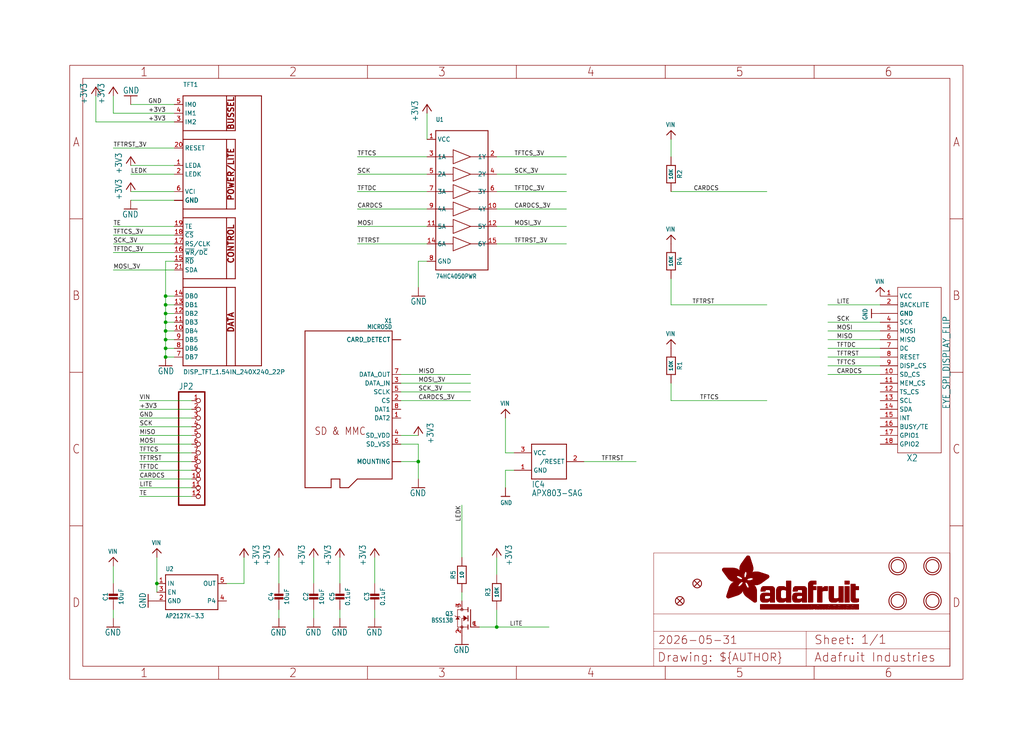
<source format=kicad_sch>
(kicad_sch (version 20230121) (generator eeschema)
  (paper "User" 298.45 217.322)
  (lib_symbols
    (symbol "working-eagle-import:+3V3" (power)
      (property "Value" "+3V3" (at -2.54 -5.08 90))
      (symbol "+3V3_1_0"
        (pin power_in line (at 0 -2.54 90) (length 2.54) (name "+3V3") (number "1"))
      )
    )
    (symbol "working-eagle-import:74HC4050DTSSOP"
      (property "Reference" "U" (at -7.62 22.86 0))
      (symbol "74HC4050DTSSOP_1_0"
        (pin bidirectional line (at -10.16 17.78 0) (length 2.54) (name "VCC") (number "1"))
        (pin bidirectional line (at 10.16 -2.54 180) (length 2.54) (name "4Y") (number "10"))
        (pin bidirectional line (at -10.16 -7.62 0) (length 2.54) (name "5A") (number "11"))
        (pin bidirectional line (at 10.16 -7.62 180) (length 2.54) (name "5Y") (number "12"))
        (pin bidirectional line (at -10.16 -12.7 0) (length 2.54) (name "6A") (number "14"))
        (pin bidirectional line (at 10.16 -12.7 180) (length 2.54) (name "6Y") (number "15"))
        (pin bidirectional line (at 10.16 12.7 180) (length 2.54) (name "1Y") (number "2"))
        (pin bidirectional line (at -10.16 12.7 0) (length 2.54) (name "1A") (number "3"))
        (pin bidirectional line (at 10.16 7.62 180) (length 2.54) (name "2Y") (number "4"))
        (pin bidirectional line (at -10.16 7.62 0) (length 2.54) (name "2A") (number "5"))
        (pin bidirectional line (at 10.16 2.54 180) (length 2.54) (name "3Y") (number "6"))
        (pin bidirectional line (at -10.16 2.54 0) (length 2.54) (name "3A") (number "7"))
        (pin bidirectional line (at -10.16 -17.78 0) (length 2.54) (name "GND") (number "8"))
        (pin bidirectional line (at -10.16 -2.54 0) (length 2.54) (name "4A") (number "9"))
      )
    )
    (symbol "working-eagle-import:APX083-SAG"
      (property "Reference" "IC" (at -5.08 -7.62 0))
      (symbol "APX083-SAG_1_0"
        (pin power_in line (at -10.16 -2.54 0) (length 5.08) (name "GND") (number "1"))
        (pin output line (at 10.16 0 180) (length 5.08) (name "/RESET") (number "2"))
        (pin power_in line (at -10.16 2.54 0) (length 5.08) (name "VCC") (number "3"))
      )
    )
    (symbol "working-eagle-import:CAP_CERAMIC0603_NO"
      (property "Reference" "C" (at -2.29 1.25 90))
      (symbol "CAP_CERAMIC0603_NO_1_0"
        (pin passive line (at 0 5.08 270) (length 2.54) (name "1") (number "1"))
        (pin passive line (at 0 -2.54 90) (length 2.54) (name "2") (number "2"))
      )
    )
    (symbol "working-eagle-import:CAP_CERAMIC0805-NOOUTLINE"
      (property "Reference" "C" (at -2.29 1.25 90))
      (symbol "CAP_CERAMIC0805-NOOUTLINE_1_0"
        (pin passive line (at 0 5.08 270) (length 2.54) (name "1") (number "1"))
        (pin passive line (at 0 -2.54 90) (length 2.54) (name "2") (number "2"))
      )
    )
    (symbol "working-eagle-import:DISP_TFT_1.54IN_240X240_22P"
      (property "Reference" "TFT" (at -15.24 43.18 0))
      (symbol "DISP_TFT_1.54IN_240X240_22P_1_0"
        (text "BUSSEL" (at -1.27 35.56 900) (effects (font (size 1.6764 1.6764) (thickness 0.3353) bold)))
        (text "CONTROL" (at -1.27 -2.54 900) (effects (font (size 1.6764 1.6764) (thickness 0.3353) bold)))
        (text "DATA" (at -1.27 -25.4 900) (effects (font (size 1.6764 1.6764) (thickness 0.3353) bold)))
        (text "POWER/LITE" (at -1.27 17.78 900) (effects (font (size 1.6764 1.6764) (thickness 0.3353) bold)))
        (pin input line (at -17.78 20.32 0) (length 2.54) (name "LEDA") (number "1"))
        (pin bidirectional line (at -17.78 -27.94 0) (length 2.54) (name "DB4") (number "10"))
        (pin bidirectional line (at -17.78 -25.4 0) (length 2.54) (name "DB3") (number "11"))
        (pin bidirectional line (at -17.78 -22.86 0) (length 2.54) (name "DB2") (number "12"))
        (pin bidirectional line (at -17.78 -20.32 0) (length 2.54) (name "DB1") (number "13"))
        (pin bidirectional line (at -17.78 -17.78 0) (length 2.54) (name "DB0") (number "14"))
        (pin input line (at -17.78 -7.62 0) (length 2.54) (name "~{RD}") (number "15"))
        (pin input line (at -17.78 -5.08 0) (length 2.54) (name "~{WR}/D~{C}") (number "16"))
        (pin input line (at -17.78 -2.54 0) (length 2.54) (name "RS/CLK") (number "17"))
        (pin input line (at -17.78 0 0) (length 2.54) (name "~{CS}") (number "18"))
        (pin output line (at -17.78 2.54 0) (length 2.54) (name "TE") (number "19"))
        (pin input line (at -17.78 17.78 0) (length 2.54) (name "LEDK") (number "2"))
        (pin input line (at -17.78 25.4 0) (length 2.54) (name "RESET") (number "20"))
        (pin bidirectional line (at -17.78 -10.16 0) (length 2.54) (name "SDA") (number "21"))
        (pin power_in line (at -17.78 10.16 0) (length 2.54) (name "GND") (number "22"))
        (pin input line (at -17.78 33.02 0) (length 2.54) (name "IM2") (number "3"))
        (pin input line (at -17.78 35.56 0) (length 2.54) (name "IM1") (number "4"))
        (pin input line (at -17.78 38.1 0) (length 2.54) (name "IM0") (number "5"))
        (pin power_in line (at -17.78 12.7 0) (length 2.54) (name "VCI") (number "6"))
        (pin bidirectional line (at -17.78 -35.56 0) (length 2.54) (name "DB7") (number "7"))
        (pin bidirectional line (at -17.78 -33.02 0) (length 2.54) (name "DB6") (number "8"))
        (pin bidirectional line (at -17.78 -30.48 0) (length 2.54) (name "DB5") (number "9"))
        (pin power_in line (at -17.78 10.16 0) (length 2.54) (name "GND") (number "SUPPORT1"))
        (pin power_in line (at -17.78 10.16 0) (length 2.54) (name "GND") (number "SUPPORT2"))
      )
    )
    (symbol "working-eagle-import:EYE_SPI_DISPLAY_FLIP"
      (property "Reference" "X" (at 2.54 -27.94 0))
      (symbol "EYE_SPI_DISPLAY_FLIP_1_0"
        (pin power_in line (at -5.08 20.32 0) (length 5.08) (name "VCC") (number "1"))
        (pin input line (at -5.08 -2.54 0) (length 5.08) (name "SD_CS") (number "10"))
        (pin input line (at -5.08 -5.08 0) (length 5.08) (name "MEM_CS") (number "11"))
        (pin input line (at -5.08 -7.62 0) (length 5.08) (name "TS_CS") (number "12"))
        (pin input line (at -5.08 -10.16 0) (length 5.08) (name "SCL") (number "13"))
        (pin bidirectional line (at -5.08 -12.7 0) (length 5.08) (name "SDA") (number "14"))
        (pin output line (at -5.08 -15.24 0) (length 5.08) (name "INT") (number "15"))
        (pin output line (at -5.08 -17.78 0) (length 5.08) (name "BUSY/TE") (number "16"))
        (pin passive line (at -5.08 -20.32 0) (length 5.08) (name "GPIO1") (number "17"))
        (pin passive line (at -5.08 -22.86 0) (length 5.08) (name "GPIO2") (number "18"))
        (pin input line (at -5.08 17.78 0) (length 5.08) (name "BACKLITE") (number "2"))
        (pin power_in line (at -5.08 15.24 0) (length 5.08) (name "GND") (number "3"))
        (pin input line (at -5.08 12.7 0) (length 5.08) (name "SCK") (number "4"))
        (pin input line (at -5.08 10.16 0) (length 5.08) (name "MOSI") (number "5"))
        (pin output line (at -5.08 7.62 0) (length 5.08) (name "MISO") (number "6"))
        (pin input line (at -5.08 5.08 0) (length 5.08) (name "DC") (number "7"))
        (pin input line (at -5.08 2.54 0) (length 5.08) (name "RESET") (number "8"))
        (pin input line (at -5.08 0 0) (length 5.08) (name "DISP_CS") (number "9"))
        (pin power_in line (at -5.08 15.24 0) (length 5.08) (name "GND") (number "SUPPORT1"))
        (pin power_in line (at -5.08 15.24 0) (length 5.08) (name "GND") (number "SUPPORT2"))
      )
    )
    (symbol "working-eagle-import:FIDUCIAL_1MM")
    (symbol "working-eagle-import:FRAME_A4_ADAFRUIT"
      (symbol "FRAME_A4_ADAFRUIT_1_0"
        (text "${#}/${##}" (at 230.505 10.16 0) (effects (font (size 2.54 2.54)) (justify left bottom)))
        (text "${AUTHOR}" (at 189.23 5.08 0) (effects (font (size 2.286 2.286)) (justify left bottom)))
        (text "${CURRENT_DATE}" (at 171.45 10.16 0) (effects (font (size 2.286 2.286)) (justify left bottom)))
        (text "${PROJECTNAME}" (at 171.45 15.24 0) (effects (font (size 2.54 2.54)) (justify left bottom)))
        (text "1" (at 21.6958 1.905 0) (effects (font (size 2.54 2.286))))
        (text "1" (at 21.6958 177.165 0) (effects (font (size 2.54 2.286))))
        (text "2" (at 65.0875 1.905 0) (effects (font (size 2.54 2.286))))
        (text "2" (at 65.0875 177.165 0) (effects (font (size 2.54 2.286))))
        (text "3" (at 108.4792 1.905 0) (effects (font (size 2.54 2.286))))
        (text "3" (at 108.4792 177.165 0) (effects (font (size 2.54 2.286))))
        (text "4" (at 151.8708 1.905 0) (effects (font (size 2.54 2.286))))
        (text "4" (at 151.8708 177.165 0) (effects (font (size 2.54 2.286))))
        (text "5" (at 195.2625 1.905 0) (effects (font (size 2.54 2.286))))
        (text "5" (at 195.2625 177.165 0) (effects (font (size 2.54 2.286))))
        (text "6" (at 238.6542 1.905 0) (effects (font (size 2.54 2.286))))
        (text "6" (at 238.6542 177.165 0) (effects (font (size 2.54 2.286))))
        (text "A" (at 1.905 156.6863 0) (effects (font (size 2.54 2.286))))
        (text "A" (at 258.445 156.6863 0) (effects (font (size 2.54 2.286))))
        (text "Adafruit Industries" (at 216.916 4.953 0) (effects (font (size 2.54 2.54)) (justify left bottom)))
        (text "B" (at 1.905 111.9188 0) (effects (font (size 2.54 2.286))))
        (text "B" (at 258.445 111.9188 0) (effects (font (size 2.54 2.286))))
        (text "C" (at 1.905 67.1513 0) (effects (font (size 2.54 2.286))))
        (text "C" (at 258.445 67.1513 0) (effects (font (size 2.54 2.286))))
        (text "D" (at 1.905 22.3838 0) (effects (font (size 2.54 2.286))))
        (text "D" (at 258.445 22.3838 0) (effects (font (size 2.54 2.286))))
        (text "Drawing:" (at 171.196 4.953 0) (effects (font (size 2.54 2.54)) (justify left bottom)))
        (text "Sheet:" (at 216.916 10.033 0) (effects (font (size 2.54 2.54)) (justify left bottom)))
      )
    )
    (symbol "working-eagle-import:GND" (power)
      (property "Value" "GND" (at -2.54 -2.54 0))
      (symbol "GND_1_0"
        (pin power_in line (at 0 2.54 270) (length 2.54) (name "GND") (number "1"))
      )
    )
    (symbol "working-eagle-import:HEADER-1X1276MIL"
      (property "Reference" "JP" (at -6.35 18.415 0))
      (symbol "HEADER-1X1276MIL_1_0"
        (pin passive inverted (at -2.54 15.24 0) (length 2.54) (name "1") (number "1"))
        (pin passive inverted (at -2.54 -7.62 0) (length 2.54) (name "10") (number "10"))
        (pin passive inverted (at -2.54 -10.16 0) (length 2.54) (name "11") (number "11"))
        (pin passive inverted (at -2.54 -12.7 0) (length 2.54) (name "12") (number "12"))
        (pin passive inverted (at -2.54 12.7 0) (length 2.54) (name "2") (number "2"))
        (pin passive inverted (at -2.54 10.16 0) (length 2.54) (name "3") (number "3"))
        (pin passive inverted (at -2.54 7.62 0) (length 2.54) (name "4") (number "4"))
        (pin passive inverted (at -2.54 5.08 0) (length 2.54) (name "5") (number "5"))
        (pin passive inverted (at -2.54 2.54 0) (length 2.54) (name "6") (number "6"))
        (pin passive inverted (at -2.54 0 0) (length 2.54) (name "7") (number "7"))
        (pin passive inverted (at -2.54 -2.54 0) (length 2.54) (name "8") (number "8"))
        (pin passive inverted (at -2.54 -5.08 0) (length 2.54) (name "9") (number "9"))
      )
    )
    (symbol "working-eagle-import:MICROSD"
      (property "Reference" "X" (at -12.7 22.606 0))
      (symbol "MICROSD_1_0"
        (text "SD & MMC" (at -5.08 -10.16 0) (effects (font (size 2.1844 1.8567)) (justify left bottom)))
        (pin bidirectional line (at -15.24 -5.08 0) (length 2.54) (name "DAT2") (number "1"))
        (pin input line (at -15.24 0 0) (length 2.54) (name "CS") (number "2"))
        (pin input line (at -15.24 5.08 0) (length 2.54) (name "DATA_IN") (number "3"))
        (pin power_in line (at -15.24 -10.16 0) (length 2.54) (name "SD_VDD") (number "4"))
        (pin input line (at -15.24 2.54 0) (length 2.54) (name "SCLK") (number "5"))
        (pin power_in line (at -15.24 -12.7 0) (length 2.54) (name "SD_VSS") (number "6"))
        (pin output line (at -15.24 7.62 0) (length 2.54) (name "DATA_OUT") (number "7"))
        (pin bidirectional line (at -15.24 -2.54 0) (length 2.54) (name "DAT1") (number "8"))
        (pin passive line (at -15.24 17.78 0) (length 2.54) (name "CARD_DETECT") (number "CD1"))
        (pin passive line (at -15.24 17.78 0) (length 2.54) (name "CARD_DETECT") (number "CD2"))
        (pin passive line (at -15.24 -17.78 0) (length 2.54) (name "MOUNTING") (number "MT1"))
        (pin passive line (at -15.24 -17.78 0) (length 2.54) (name "MOUNTING") (number "MT2"))
      )
    )
    (symbol "working-eagle-import:MOSFET-NWIDE"
      (property "Reference" "Q" (at 5.08 0.635 0))
      (symbol "MOSFET-NWIDE_1_0"
        (text "D" (at 3.175 3.175 0) (effects (font (size 0.8128 0.6908)) (justify left bottom)))
        (text "G" (at -1.27 -1.905 0) (effects (font (size 0.8128 0.6908)) (justify left bottom)))
        (text "S" (at 3.175 -3.81 0) (effects (font (size 0.8128 0.6908)) (justify left bottom)))
        (pin bidirectional line (at -2.54 -2.54 0) (length 2.54) (name "G") (number "1"))
        (pin bidirectional line (at 2.54 -5.08 90) (length 2.54) (name "S") (number "2"))
        (pin bidirectional line (at 2.54 5.08 270) (length 2.54) (name "D") (number "3"))
      )
    )
    (symbol "working-eagle-import:MOUNTINGHOLE2.5")
    (symbol "working-eagle-import:RESISTOR_0603_NOOUT"
      (property "Reference" "R" (at 0 2.54 0))
      (symbol "RESISTOR_0603_NOOUT_1_0"
        (pin passive line (at -5.08 0 0) (length 2.54) (name "1") (number "1"))
        (pin passive line (at 5.08 0 180) (length 2.54) (name "2") (number "2"))
      )
    )
    (symbol "working-eagle-import:VIN" (power)
      (property "Value" "VIN" (at -1.524 1.016 0))
      (symbol "VIN_1_0"
        (pin power_in line (at 0 -2.54 90) (length 2.54) (name "VIN") (number "1"))
      )
    )
    (symbol "working-eagle-import:VREG_SOT23-5"
      (property "Reference" "U" (at -7.62 6.096 0))
      (symbol "VREG_SOT23-5_1_0"
        (pin power_in line (at -10.16 2.54 0) (length 2.54) (name "IN") (number "1"))
        (pin power_in line (at -10.16 -2.54 0) (length 2.54) (name "GND") (number "2"))
        (pin input line (at -10.16 0 0) (length 2.54) (name "EN") (number "3"))
        (pin bidirectional line (at 10.16 -2.54 180) (length 2.54) (name "P4") (number "4"))
        (pin power_in line (at 10.16 2.54 180) (length 2.54) (name "OUT") (number "5"))
      )
    )
    (symbol "working-eagle-import:adafruit_power_VIN" (power)
      (property "Value" "adafruit_power_VIN" (at -1.524 1.016 0))
      (symbol "adafruit_power_VIN_1_0"
        (pin power_in line (at 0 -2.54 90) (length 2.54) (name "VIN") (number "1"))
      )
    )
    (symbol "working-eagle-import:microbuilder_GND" (power)
      (property "Value" "microbuilder_GND" (at -1.524 -2.54 0))
      (symbol "microbuilder_GND_1_0"
        (pin power_in line (at 0 2.54 270) (length 2.54) (name "GND") (number "1"))
      )
    )
  )
  (junction (at 121.92 134.62))
  (junction (at 144.78 182.88))
  (junction (at 45.72 170.18))
  (junction (at 48.26 96.52))
  (junction (at 48.26 101.6))
  (junction (at 48.26 88.9))
  (junction (at 48.26 99.06))
  (junction (at 48.26 91.44))
  (junction (at 48.26 93.98))
  (junction (at 48.26 86.36))
  (junction (at 48.26 104.14))
  (wire (pts (xy 147.32 137.16) (xy 149.86 137.16)) (stroke (width 0.1524)))
  (wire (pts (xy 48.26 99.06) (xy 48.26 101.6)) (stroke (width 0.1524)))
  (wire (pts (xy 256.54 93.98) (xy 241.3 93.98)) (stroke (width 0.1524)))
  (wire (pts (xy 144.78 45.72) (xy 165.1 45.72)) (stroke (width 0.1524)))
  (wire (pts (xy 144.78 66.04) (xy 165.1 66.04)) (stroke (width 0.1524)))
  (wire (pts (xy 50.8 48.26) (xy 38.1 48.26)) (stroke (width 0.1524)))
  (wire (pts (xy 147.32 121.92) (xy 147.32 132.08)) (stroke (width 0.1524)))
  (wire (pts (xy 50.8 68.58) (xy 33.02 68.58)) (stroke (width 0.1524)))
  (wire (pts (xy 55.88 121.92) (xy 40.64 121.92)) (stroke (width 0.1524)))
  (wire (pts (xy 50.8 91.44) (xy 48.26 91.44)) (stroke (width 0.1524)))
  (wire (pts (xy 48.26 88.9) (xy 50.8 88.9)) (stroke (width 0.1524)))
  (wire (pts (xy 195.58 116.84) (xy 195.58 111.76)) (stroke (width 0.1524)))
  (wire (pts (xy 50.8 101.6) (xy 48.26 101.6)) (stroke (width 0.1524)))
  (wire (pts (xy 48.26 99.06) (xy 50.8 99.06)) (stroke (width 0.1524)))
  (wire (pts (xy 121.92 127) (xy 116.84 127)) (stroke (width 0.1524)))
  (wire (pts (xy 256.54 101.6) (xy 241.3 101.6)) (stroke (width 0.1524)))
  (wire (pts (xy 48.26 76.2) (xy 48.26 86.36)) (stroke (width 0.1524)))
  (wire (pts (xy 116.84 109.22) (xy 137.16 109.22)) (stroke (width 0.1524)))
  (wire (pts (xy 195.58 116.84) (xy 223.52 116.84)) (stroke (width 0.1524)))
  (wire (pts (xy 40.64 119.38) (xy 55.88 119.38)) (stroke (width 0.1524)))
  (wire (pts (xy 121.92 134.62) (xy 121.92 139.7)) (stroke (width 0.1524)))
  (wire (pts (xy 50.8 66.04) (xy 33.02 66.04)) (stroke (width 0.1524)))
  (wire (pts (xy 50.8 86.36) (xy 48.26 86.36)) (stroke (width 0.1524)))
  (wire (pts (xy 66.04 170.18) (xy 71.12 170.18)) (stroke (width 0.1524)))
  (wire (pts (xy 27.94 27.94) (xy 27.94 35.56)) (stroke (width 0.1524)))
  (wire (pts (xy 48.26 88.9) (xy 48.26 91.44)) (stroke (width 0.1524)))
  (wire (pts (xy 99.06 180.34) (xy 99.06 177.8)) (stroke (width 0.1524)))
  (wire (pts (xy 256.54 96.52) (xy 241.3 96.52)) (stroke (width 0.1524)))
  (wire (pts (xy 50.8 50.8) (xy 38.1 50.8)) (stroke (width 0.1524)))
  (wire (pts (xy 55.88 129.54) (xy 40.64 129.54)) (stroke (width 0.1524)))
  (wire (pts (xy 256.54 88.9) (xy 241.3 88.9)) (stroke (width 0.1524)))
  (wire (pts (xy 45.72 162.56) (xy 45.72 170.18)) (stroke (width 0.1524)))
  (wire (pts (xy 124.46 76.2) (xy 121.92 76.2)) (stroke (width 0.1524)))
  (wire (pts (xy 50.8 43.18) (xy 33.02 43.18)) (stroke (width 0.1524)))
  (wire (pts (xy 48.26 104.14) (xy 50.8 104.14)) (stroke (width 0.1524)))
  (wire (pts (xy 116.84 134.62) (xy 121.92 134.62)) (stroke (width 0.1524)))
  (wire (pts (xy 134.62 172.72) (xy 134.62 175.26)) (stroke (width 0.1524)))
  (wire (pts (xy 81.28 162.56) (xy 81.28 170.18)) (stroke (width 0.1524)))
  (wire (pts (xy 144.78 182.88) (xy 144.78 177.8)) (stroke (width 0.1524)))
  (wire (pts (xy 91.44 180.34) (xy 91.44 177.8)) (stroke (width 0.1524)))
  (wire (pts (xy 71.12 162.56) (xy 71.12 170.18)) (stroke (width 0.1524)))
  (wire (pts (xy 48.26 101.6) (xy 48.26 104.14)) (stroke (width 0.1524)))
  (wire (pts (xy 195.58 88.9) (xy 223.52 88.9)) (stroke (width 0.1524)))
  (wire (pts (xy 55.88 139.7) (xy 40.64 139.7)) (stroke (width 0.1524)))
  (wire (pts (xy 195.58 45.72) (xy 195.58 40.64)) (stroke (width 0.1524)))
  (wire (pts (xy 81.28 180.34) (xy 81.28 177.8)) (stroke (width 0.1524)))
  (wire (pts (xy 50.8 76.2) (xy 48.26 76.2)) (stroke (width 0.1524)))
  (wire (pts (xy 55.88 124.46) (xy 40.64 124.46)) (stroke (width 0.1524)))
  (wire (pts (xy 55.88 116.84) (xy 40.64 116.84)) (stroke (width 0.1524)))
  (wire (pts (xy 104.14 60.96) (xy 124.46 60.96)) (stroke (width 0.1524)))
  (wire (pts (xy 48.26 96.52) (xy 48.26 99.06)) (stroke (width 0.1524)))
  (wire (pts (xy 99.06 162.56) (xy 99.06 170.18)) (stroke (width 0.1524)))
  (wire (pts (xy 165.1 60.96) (xy 144.78 60.96)) (stroke (width 0.1524)))
  (wire (pts (xy 144.78 71.12) (xy 165.1 71.12)) (stroke (width 0.1524)))
  (wire (pts (xy 223.52 55.88) (xy 195.58 55.88)) (stroke (width 0.1524)))
  (wire (pts (xy 33.02 165.1) (xy 33.02 170.18)) (stroke (width 0.1524)))
  (wire (pts (xy 195.58 88.9) (xy 195.58 81.28)) (stroke (width 0.1524)))
  (wire (pts (xy 170.18 134.62) (xy 185.42 134.62)) (stroke (width 0.1524)))
  (wire (pts (xy 50.8 73.66) (xy 33.02 73.66)) (stroke (width 0.1524)))
  (wire (pts (xy 33.02 180.34) (xy 33.02 177.8)) (stroke (width 0.1524)))
  (wire (pts (xy 104.14 66.04) (xy 124.46 66.04)) (stroke (width 0.1524)))
  (wire (pts (xy 55.88 134.62) (xy 40.64 134.62)) (stroke (width 0.1524)))
  (wire (pts (xy 144.78 162.56) (xy 144.78 167.64)) (stroke (width 0.1524)))
  (wire (pts (xy 50.8 78.74) (xy 33.02 78.74)) (stroke (width 0.1524)))
  (wire (pts (xy 124.46 40.64) (xy 124.46 33.02)) (stroke (width 0.1524)))
  (wire (pts (xy 147.32 142.24) (xy 147.32 137.16)) (stroke (width 0.1524)))
  (wire (pts (xy 27.94 35.56) (xy 50.8 35.56)) (stroke (width 0.1524)))
  (wire (pts (xy 149.86 132.08) (xy 147.32 132.08)) (stroke (width 0.1524)))
  (wire (pts (xy 50.8 33.02) (xy 33.02 33.02)) (stroke (width 0.1524)))
  (wire (pts (xy 109.22 180.34) (xy 109.22 177.8)) (stroke (width 0.1524)))
  (wire (pts (xy 38.1 30.48) (xy 50.8 30.48)) (stroke (width 0.1524)))
  (wire (pts (xy 55.88 137.16) (xy 40.64 137.16)) (stroke (width 0.1524)))
  (wire (pts (xy 50.8 55.88) (xy 38.1 55.88)) (stroke (width 0.1524)))
  (wire (pts (xy 104.14 50.8) (xy 124.46 50.8)) (stroke (width 0.1524)))
  (wire (pts (xy 139.7 182.88) (xy 144.78 182.88)) (stroke (width 0.1524)))
  (wire (pts (xy 55.88 144.78) (xy 40.64 144.78)) (stroke (width 0.1524)))
  (wire (pts (xy 124.46 45.72) (xy 104.14 45.72)) (stroke (width 0.1524)))
  (wire (pts (xy 48.26 86.36) (xy 48.26 88.9)) (stroke (width 0.1524)))
  (wire (pts (xy 91.44 162.56) (xy 91.44 170.18)) (stroke (width 0.1524)))
  (wire (pts (xy 241.3 106.68) (xy 256.54 106.68)) (stroke (width 0.1524)))
  (wire (pts (xy 137.16 116.84) (xy 116.84 116.84)) (stroke (width 0.1524)))
  (wire (pts (xy 45.72 172.72) (xy 45.72 170.18)) (stroke (width 0.1524)))
  (wire (pts (xy 40.64 127) (xy 55.88 127)) (stroke (width 0.1524)))
  (wire (pts (xy 48.26 93.98) (xy 50.8 93.98)) (stroke (width 0.1524)))
  (wire (pts (xy 55.88 142.24) (xy 40.64 142.24)) (stroke (width 0.1524)))
  (wire (pts (xy 50.8 96.52) (xy 48.26 96.52)) (stroke (width 0.1524)))
  (wire (pts (xy 48.26 91.44) (xy 48.26 93.98)) (stroke (width 0.1524)))
  (wire (pts (xy 241.3 99.06) (xy 256.54 99.06)) (stroke (width 0.1524)))
  (wire (pts (xy 40.64 132.08) (xy 55.88 132.08)) (stroke (width 0.1524)))
  (wire (pts (xy 256.54 109.22) (xy 241.3 109.22)) (stroke (width 0.1524)))
  (wire (pts (xy 109.22 162.56) (xy 109.22 170.18)) (stroke (width 0.1524)))
  (wire (pts (xy 137.16 111.76) (xy 116.84 111.76)) (stroke (width 0.1524)))
  (wire (pts (xy 134.62 147.32) (xy 134.62 162.56)) (stroke (width 0.1524)))
  (wire (pts (xy 165.1 50.8) (xy 144.78 50.8)) (stroke (width 0.1524)))
  (wire (pts (xy 33.02 33.02) (xy 33.02 27.94)) (stroke (width 0.1524)))
  (wire (pts (xy 48.26 93.98) (xy 48.26 96.52)) (stroke (width 0.1524)))
  (wire (pts (xy 116.84 129.54) (xy 121.92 129.54)) (stroke (width 0.1524)))
  (wire (pts (xy 121.92 76.2) (xy 121.92 83.82)) (stroke (width 0.1524)))
  (wire (pts (xy 137.16 114.3) (xy 116.84 114.3)) (stroke (width 0.1524)))
  (wire (pts (xy 165.1 55.88) (xy 144.78 55.88)) (stroke (width 0.1524)))
  (wire (pts (xy 38.1 58.42) (xy 50.8 58.42)) (stroke (width 0.1524)))
  (wire (pts (xy 160.02 182.88) (xy 144.78 182.88)) (stroke (width 0.1524)))
  (wire (pts (xy 104.14 55.88) (xy 124.46 55.88)) (stroke (width 0.1524)))
  (wire (pts (xy 121.92 129.54) (xy 121.92 134.62)) (stroke (width 0.1524)))
  (wire (pts (xy 33.02 71.12) (xy 50.8 71.12)) (stroke (width 0.1524)))
  (wire (pts (xy 256.54 104.14) (xy 241.3 104.14)) (stroke (width 0.1524)))
  (wire (pts (xy 104.14 71.12) (xy 124.46 71.12)) (stroke (width 0.1524)))
  (label "TFTRST" (at 104.14 71.12 0) (effects (font (size 1.2446 1.2446))))
  (label "TFTCS_3V" (at 149.86 45.72 0) (effects (font (size 1.2446 1.2446))))
  (label "TE" (at 33.02 66.04 0) (effects (font (size 1.2446 1.2446))))
  (label "MOSI" (at 40.64 129.54 0) (effects (font (size 1.2446 1.2446))))
  (label "GND" (at 43.18 30.48 0) (effects (font (size 1.2446 1.2446))))
  (label "MOSI_3V" (at 121.92 111.76 0) (effects (font (size 1.2446 1.2446))))
  (label "TE" (at 40.64 144.78 0) (effects (font (size 1.2446 1.2446))))
  (label "TFTDC_3V" (at 33.02 73.66 0) (effects (font (size 1.2446 1.2446))))
  (label "+3V3" (at 43.18 35.56 0) (effects (font (size 1.2446 1.2446))))
  (label "TFTCS" (at 209.55 116.84 180) (effects (font (size 1.2446 1.2446))))
  (label "LITE" (at 152.4 182.88 180) (effects (font (size 1.2446 1.2446))))
  (label "SCK" (at 243.84 93.98 0) (effects (font (size 1.2446 1.2446))))
  (label "LITE" (at 243.84 88.9 0) (effects (font (size 1.2446 1.2446))))
  (label "LITE" (at 40.64 142.24 0) (effects (font (size 1.2446 1.2446))))
  (label "TFTRST_3V" (at 149.86 71.12 0) (effects (font (size 1.2446 1.2446))))
  (label "TFTRST" (at 208.28 88.9 180) (effects (font (size 1.2446 1.2446))))
  (label "TFTRST" (at 175.26 134.62 0) (effects (font (size 1.2446 1.2446))))
  (label "SCK_3V" (at 149.86 50.8 0) (effects (font (size 1.2446 1.2446))))
  (label "CARDCS_3V" (at 121.92 116.84 0) (effects (font (size 1.2446 1.2446))))
  (label "+3V3" (at 40.64 119.38 0) (effects (font (size 1.2446 1.2446))))
  (label "TFTDC" (at 243.84 101.6 0) (effects (font (size 1.2446 1.2446))))
  (label "SCK_3V" (at 121.92 114.3 0) (effects (font (size 1.2446 1.2446))))
  (label "MOSI_3V" (at 33.02 78.74 0) (effects (font (size 1.2446 1.2446))))
  (label "TFTCS_3V" (at 33.02 68.58 0) (effects (font (size 1.2446 1.2446))))
  (label "TFTDC" (at 40.64 137.16 0) (effects (font (size 1.2446 1.2446))))
  (label "TFTRST" (at 243.84 104.14 0) (effects (font (size 1.2446 1.2446))))
  (label "LEDK" (at 38.1 50.8 0) (effects (font (size 1.2446 1.2446))))
  (label "MOSI" (at 104.14 66.04 0) (effects (font (size 1.2446 1.2446))))
  (label "CARDCS" (at 209.55 55.88 180) (effects (font (size 1.2446 1.2446))))
  (label "MISO" (at 121.92 109.22 0) (effects (font (size 1.2446 1.2446))))
  (label "TFTCS" (at 104.14 45.72 0) (effects (font (size 1.2446 1.2446))))
  (label "GND" (at 40.64 121.92 0) (effects (font (size 1.2446 1.2446))))
  (label "SCK" (at 40.64 124.46 0) (effects (font (size 1.2446 1.2446))))
  (label "TFTDC_3V" (at 149.86 55.88 0) (effects (font (size 1.2446 1.2446))))
  (label "LEDK" (at 134.62 147.32 270) (effects (font (size 1.2446 1.2446))))
  (label "CARDCS" (at 104.14 60.96 0) (effects (font (size 1.2446 1.2446))))
  (label "VIN" (at 40.64 116.84 0) (effects (font (size 1.2446 1.2446))))
  (label "TFTRST" (at 40.64 134.62 0) (effects (font (size 1.2446 1.2446))))
  (label "TFTRST_3V" (at 33.02 43.18 0) (effects (font (size 1.2446 1.2446))))
  (label "MOSI" (at 243.84 96.52 0) (effects (font (size 1.2446 1.2446))))
  (label "SCK_3V" (at 33.02 71.12 0) (effects (font (size 1.2446 1.2446))))
  (label "TFTDC" (at 104.14 55.88 0) (effects (font (size 1.2446 1.2446))))
  (label "TFTCS" (at 40.64 132.08 0) (effects (font (size 1.2446 1.2446))))
  (label "CARDCS" (at 243.84 109.22 0) (effects (font (size 1.2446 1.2446))))
  (label "+3V3" (at 43.18 33.02 0) (effects (font (size 1.2446 1.2446))))
  (label "MISO" (at 243.84 99.06 0) (effects (font (size 1.2446 1.2446))))
  (label "MOSI_3V" (at 149.86 66.04 0) (effects (font (size 1.2446 1.2446))))
  (label "SCK" (at 104.14 50.8 0) (effects (font (size 1.2446 1.2446))))
  (label "CARDCS_3V" (at 149.86 60.96 0) (effects (font (size 1.2446 1.2446))))
  (label "TFTCS" (at 243.84 106.68 0) (effects (font (size 1.2446 1.2446))))
  (label "CARDCS" (at 40.64 139.7 0) (effects (font (size 1.2446 1.2446))))
  (label "MISO" (at 40.64 127 0) (effects (font (size 1.2446 1.2446))))
  (symbol (lib_id "working-eagle-import:VREG_SOT23-5") (at 55.88 172.72 0) (unit 1)
    (property "Reference" "U2" (at 48.26 166.624 0) (effects (font (size 1.27 1.0795)) (justify left bottom)))
    (property "Value" "AP2127K-3.3" (at 48.26 180.34 0) (effects (font (size 1.27 1.0795)) (justify left bottom)))
    (property "Footprint" "working:SOT23-5" (effects hide))
  )
  (symbol (lib_id "working-eagle-import:GND") (at 38.1 27.94 180) (unit 1)
    (property "Reference" "#GND8" (effects hide))
    (property "Value" "GND" (at 40.64 25.4 0) (effects (font (size 1.778 1.5113)) (justify left bottom)))
  )
  (symbol (lib_id "working-eagle-import:MOUNTINGHOLE2.5") (at 261.62 175.26 0) (unit 1)
    (property "Reference" "U$7" (effects hide))
    (property "Value" "MOUNTINGHOLE2.5" (effects hide))
    (property "Footprint" "working:MOUNTINGHOLE_2.5_PLATED" (effects hide))
  )
  (symbol (lib_id "working-eagle-import:+3V3") (at 33.02 25.4 0) (unit 1)
    (property "Reference" "#+3V7" (effects hide))
    (property "Value" "+3V3" (at 30.48 30.48 90) (effects (font (size 1.778 1.5113)) (justify left bottom)))
  )
  (symbol (lib_id "working-eagle-import:FIDUCIAL_1MM") (at 203.2 170.18 0) (unit 1)
    (property "Reference" "U$5" (effects hide))
    (property "Value" "FIDUCIAL_1MM" (effects hide))
    (property "Footprint" "working:FIDUCIAL_1MM" (effects hide))
  )
  (symbol (lib_id "working-eagle-import:GND") (at 134.62 187.96 0) (unit 1)
    (property "Reference" "#GND5" (effects hide))
    (property "Value" "GND" (at 132.08 190.5 0) (effects (font (size 1.778 1.5113)) (justify left bottom)))
  )
  (symbol (lib_id "working-eagle-import:GND") (at 38.1 60.96 0) (unit 1)
    (property "Reference" "#GND3" (effects hide))
    (property "Value" "GND" (at 35.56 63.5 0) (effects (font (size 1.778 1.5113)) (justify left bottom)))
  )
  (symbol (lib_id "working-eagle-import:74HC4050DTSSOP") (at 134.62 58.42 0) (unit 1)
    (property "Reference" "U1" (at 127 35.56 0) (effects (font (size 1.27 1.0795)) (justify left bottom)))
    (property "Value" "74HC4050PWR" (at 127 81.28 0) (effects (font (size 1.27 1.0795)) (justify left bottom)))
    (property "Footprint" "working:TSSOP16" (effects hide))
  )
  (symbol (lib_id "working-eagle-import:microbuilder_GND") (at 147.32 144.78 0) (unit 1)
    (property "Reference" "#U$11" (effects hide))
    (property "Value" "GND" (at 145.796 147.32 0) (effects (font (size 1.27 1.0795)) (justify left bottom)))
  )
  (symbol (lib_id "working-eagle-import:RESISTOR_0603_NOOUT") (at 195.58 106.68 270) (mirror x) (unit 1)
    (property "Reference" "R1" (at 198.12 106.68 0))
    (property "Value" "10K" (at 195.58 106.68 0) (effects (font (size 1.016 1.016) bold)))
    (property "Footprint" "working:0603-NO" (effects hide))
  )
  (symbol (lib_id "working-eagle-import:CAP_CERAMIC0603_NO") (at 99.06 175.26 0) (unit 1)
    (property "Reference" "C5" (at 96.77 174.01 90))
    (property "Value" "0.1uF" (at 101.36 174.01 90))
    (property "Footprint" "working:0603-NO" (effects hide))
  )
  (symbol (lib_id "working-eagle-import:RESISTOR_0603_NOOUT") (at 195.58 76.2 270) (mirror x) (unit 1)
    (property "Reference" "R4" (at 198.12 76.2 0))
    (property "Value" "10K" (at 195.58 76.2 0) (effects (font (size 1.016 1.016) bold)))
    (property "Footprint" "working:0603-NO" (effects hide))
  )
  (symbol (lib_id "working-eagle-import:DISP_TFT_1.54IN_240X240_22P") (at 68.58 68.58 0) (unit 1)
    (property "Reference" "TFT1" (at 53.34 25.4 0) (effects (justify left bottom)))
    (property "Value" "DISP_TFT_1.54IN_240X240_22P" (at 53.34 109.22 0) (effects (justify left bottom)))
    (property "Footprint" "working:TFT_1.54IN_240X240_22PIN" (effects hide))
  )
  (symbol (lib_id "working-eagle-import:adafruit_power_VIN") (at 195.58 99.06 0) (unit 1)
    (property "Reference" "#U$16" (effects hide))
    (property "Value" "VIN" (at 194.056 98.044 0) (effects (font (size 1.27 1.0795)) (justify left bottom)))
  )
  (symbol (lib_id "working-eagle-import:GND") (at 43.18 175.26 270) (unit 1)
    (property "Reference" "#GND9" (effects hide))
    (property "Value" "GND" (at 40.64 172.72 0) (effects (font (size 1.778 1.5113)) (justify left bottom)))
  )
  (symbol (lib_id "working-eagle-import:adafruit_power_VIN") (at 195.58 68.58 0) (unit 1)
    (property "Reference" "#U$15" (effects hide))
    (property "Value" "VIN" (at 194.056 67.564 0) (effects (font (size 1.27 1.0795)) (justify left bottom)))
  )
  (symbol (lib_id "working-eagle-import:+3V3") (at 124.46 30.48 0) (unit 1)
    (property "Reference" "#+3V12" (effects hide))
    (property "Value" "+3V3" (at 121.92 35.56 90) (effects (font (size 1.778 1.5113)) (justify left bottom)))
  )
  (symbol (lib_id "working-eagle-import:+3V3") (at 109.22 160.02 0) (unit 1)
    (property "Reference" "#+3V10" (effects hide))
    (property "Value" "+3V3" (at 106.68 165.1 90) (effects (font (size 1.778 1.5113)) (justify left bottom)))
  )
  (symbol (lib_id "working-eagle-import:MOUNTINGHOLE2.5") (at 271.78 175.26 0) (unit 1)
    (property "Reference" "U$9" (effects hide))
    (property "Value" "MOUNTINGHOLE2.5" (effects hide))
    (property "Footprint" "working:MOUNTINGHOLE_2.5_PLATED" (effects hide))
  )
  (symbol (lib_id "working-eagle-import:adafruit_power_VIN") (at 147.32 119.38 0) (unit 1)
    (property "Reference" "#U$17" (effects hide))
    (property "Value" "VIN" (at 145.796 118.364 0) (effects (font (size 1.27 1.0795)) (justify left bottom)))
  )
  (symbol (lib_id "working-eagle-import:GND") (at 91.44 182.88 0) (unit 1)
    (property "Reference" "#GND11" (effects hide))
    (property "Value" "GND" (at 88.9 185.42 0) (effects (font (size 1.778 1.5113)) (justify left bottom)))
  )
  (symbol (lib_id "working-eagle-import:GND") (at 99.06 182.88 0) (unit 1)
    (property "Reference" "#GND6" (effects hide))
    (property "Value" "GND" (at 96.52 185.42 0) (effects (font (size 1.778 1.5113)) (justify left bottom)))
  )
  (symbol (lib_id "working-eagle-import:GND") (at 121.92 86.36 0) (mirror y) (unit 1)
    (property "Reference" "#GND7" (effects hide))
    (property "Value" "GND" (at 124.46 88.9 0) (effects (font (size 1.778 1.5113)) (justify left bottom)))
  )
  (symbol (lib_id "working-eagle-import:adafruit_power_VIN") (at 33.02 162.56 0) (unit 1)
    (property "Reference" "#U$13" (effects hide))
    (property "Value" "VIN" (at 31.496 161.544 0) (effects (font (size 1.27 1.0795)) (justify left bottom)))
  )
  (symbol (lib_id "working-eagle-import:MOSFET-NWIDE") (at 137.16 180.34 0) (mirror y) (unit 1)
    (property "Reference" "Q3" (at 132.08 179.705 0) (effects (font (size 1.27 1.0795)) (justify left bottom)))
    (property "Value" "BSS138" (at 132.08 181.61 0) (effects (font (size 1.27 1.0795)) (justify left bottom)))
    (property "Footprint" "working:SOT23-WIDE" (effects hide))
  )
  (symbol (lib_id "working-eagle-import:APX083-SAG") (at 160.02 134.62 0) (unit 1)
    (property "Reference" "IC4" (at 154.94 142.24 0) (effects (font (size 1.778 1.5113)) (justify left bottom)))
    (property "Value" "APX803-SAG" (at 154.94 144.78 0) (effects (font (size 1.778 1.5113)) (justify left bottom)))
    (property "Footprint" "working:SOT23-WIDE" (effects hide))
  )
  (symbol (lib_id "working-eagle-import:GND") (at 121.92 142.24 0) (unit 1)
    (property "Reference" "#GND1" (effects hide))
    (property "Value" "GND" (at 119.38 144.78 0) (effects (font (size 1.778 1.5113)) (justify left bottom)))
  )
  (symbol (lib_id "working-eagle-import:+3V3") (at 91.44 160.02 0) (unit 1)
    (property "Reference" "#+3V6" (effects hide))
    (property "Value" "+3V3" (at 88.9 165.1 90) (effects (font (size 1.778 1.5113)) (justify left bottom)))
  )
  (symbol (lib_id "working-eagle-import:EYE_SPI_DISPLAY_FLIP") (at 261.62 106.68 0) (unit 1)
    (property "Reference" "X2" (at 264.16 134.62 0) (effects (font (size 1.9304 1.6408)) (justify left bottom)))
    (property "Value" "EYE_SPI_DISPLAY_FLIP" (at 276.86 119.38 90) (effects (font (size 1.9304 1.6408)) (justify left bottom)))
    (property "Footprint" "working:EYE_SPI_DISPLAY_BOTCONTACT" (effects hide))
  )
  (symbol (lib_id "working-eagle-import:MOUNTINGHOLE2.5") (at 261.62 165.1 0) (unit 1)
    (property "Reference" "U$10" (effects hide))
    (property "Value" "MOUNTINGHOLE2.5" (effects hide))
    (property "Footprint" "working:MOUNTINGHOLE_2.5_PLATED" (effects hide))
  )
  (symbol (lib_id "working-eagle-import:GND") (at 109.22 182.88 0) (unit 1)
    (property "Reference" "#GND4" (effects hide))
    (property "Value" "GND" (at 106.68 185.42 0) (effects (font (size 1.778 1.5113)) (justify left bottom)))
  )
  (symbol (lib_id "working-eagle-import:CAP_CERAMIC0805-NOOUTLINE") (at 33.02 175.26 0) (unit 1)
    (property "Reference" "C1" (at 30.73 174.01 90))
    (property "Value" "10uF" (at 35.32 174.01 90))
    (property "Footprint" "working:0805-NO" (effects hide))
  )
  (symbol (lib_id "working-eagle-import:VIN") (at 256.54 83.82 0) (unit 1)
    (property "Reference" "#U$3" (effects hide))
    (property "Value" "VIN" (at 255.016 82.804 0) (effects (font (size 1.27 1.0795)) (justify left bottom)))
  )
  (symbol (lib_id "working-eagle-import:+3V3") (at 27.94 25.4 0) (unit 1)
    (property "Reference" "#+3V13" (effects hide))
    (property "Value" "+3V3" (at 25.4 30.48 90) (effects (font (size 1.778 1.5113)) (justify left bottom)))
  )
  (symbol (lib_id "working-eagle-import:+3V3") (at 38.1 45.72 0) (unit 1)
    (property "Reference" "#+3V1" (effects hide))
    (property "Value" "+3V3" (at 35.56 50.8 90) (effects (font (size 1.778 1.5113)) (justify left bottom)))
  )
  (symbol (lib_id "working-eagle-import:MICROSD") (at 101.6 116.84 0) (mirror y) (unit 1)
    (property "Reference" "X1" (at 114.3 94.234 0) (effects (font (size 1.27 1.0795)) (justify left bottom)))
    (property "Value" "MICROSD" (at 114.3 96.012 0) (effects (font (size 1.27 1.0795)) (justify left bottom)))
    (property "Footprint" "working:MICROSD" (effects hide))
  )
  (symbol (lib_id "working-eagle-import:RESISTOR_0603_NOOUT") (at 144.78 172.72 90) (unit 1)
    (property "Reference" "R3" (at 142.24 172.72 0))
    (property "Value" "10K" (at 144.78 172.72 0) (effects (font (size 1.016 1.016) bold)))
    (property "Footprint" "working:0603-NO" (effects hide))
  )
  (symbol (lib_id "working-eagle-import:+3V3") (at 121.92 124.46 0) (mirror y) (unit 1)
    (property "Reference" "#+3V4" (effects hide))
    (property "Value" "+3V3" (at 124.46 129.54 90) (effects (font (size 1.778 1.5113)) (justify left bottom)))
  )
  (symbol (lib_id "working-eagle-import:FRAME_A4_ADAFRUIT") (at 20.32 198.12 0) (unit 1)
    (property "Reference" "#U$6" (effects hide))
    (property "Value" "FRAME_A4_ADAFRUIT" (effects hide))
  )
  (symbol (lib_id "working-eagle-import:+3V3") (at 38.1 53.34 0) (unit 1)
    (property "Reference" "#+3V3" (effects hide))
    (property "Value" "+3V3" (at 35.56 58.42 90) (effects (font (size 1.778 1.5113)) (justify left bottom)))
  )
  (symbol (lib_id "working-eagle-import:FIDUCIAL_1MM") (at 198.12 175.26 0) (unit 1)
    (property "Reference" "U$4" (effects hide))
    (property "Value" "FIDUCIAL_1MM" (effects hide))
    (property "Footprint" "working:FIDUCIAL_1MM" (effects hide))
  )
  (symbol (lib_id "working-eagle-import:RESISTOR_0603_NOOUT") (at 195.58 50.8 270) (mirror x) (unit 1)
    (property "Reference" "R2" (at 198.12 50.8 0))
    (property "Value" "10K" (at 195.58 50.8 0) (effects (font (size 1.016 1.016) bold)))
    (property "Footprint" "working:0603-NO" (effects hide))
  )
  (symbol (lib_id "working-eagle-import:RESISTOR_0603_NOOUT") (at 134.62 167.64 90) (unit 1)
    (property "Reference" "R5" (at 132.08 167.64 0))
    (property "Value" "10" (at 134.62 167.64 0) (effects (font (size 1.016 1.016) bold)))
    (property "Footprint" "working:0603-NO" (effects hide))
  )
  (symbol (lib_id "working-eagle-import:adafruit_power_VIN") (at 45.72 160.02 0) (unit 1)
    (property "Reference" "#U$12" (effects hide))
    (property "Value" "VIN" (at 44.196 159.004 0) (effects (font (size 1.27 1.0795)) (justify left bottom)))
  )
  (symbol (lib_id "working-eagle-import:microbuilder_GND") (at 254 91.44 270) (unit 1)
    (property "Reference" "#U$18" (effects hide))
    (property "Value" "GND" (at 251.46 89.916 0) (effects (font (size 1.27 1.0795)) (justify left bottom)))
  )
  (symbol (lib_id "working-eagle-import:MOUNTINGHOLE2.5") (at 271.78 165.1 0) (unit 1)
    (property "Reference" "U$8" (effects hide))
    (property "Value" "MOUNTINGHOLE2.5" (effects hide))
    (property "Footprint" "working:MOUNTINGHOLE_2.5_PLATED" (effects hide))
  )
  (symbol (lib_id "working-eagle-import:GND") (at 48.26 106.68 0) (mirror y) (unit 1)
    (property "Reference" "#GND2" (effects hide))
    (property "Value" "GND" (at 50.8 109.22 0) (effects (font (size 1.778 1.5113)) (justify left bottom)))
  )
  (symbol (lib_id "working-eagle-import:GND") (at 33.02 182.88 0) (unit 1)
    (property "Reference" "#GND12" (effects hide))
    (property "Value" "GND" (at 30.48 185.42 0) (effects (font (size 1.778 1.5113)) (justify left bottom)))
  )
  (symbol (lib_id "working-eagle-import:CAP_CERAMIC0805-NOOUTLINE") (at 81.28 175.26 0) (unit 1)
    (property "Reference" "C4" (at 78.99 174.01 90))
    (property "Value" "10uF" (at 83.58 174.01 90))
    (property "Footprint" "working:0805-NO" (effects hide))
  )
  (symbol (lib_id "working-eagle-import:HEADER-1X1276MIL") (at 58.42 132.08 0) (unit 1)
    (property "Reference" "JP2" (at 52.07 113.665 0) (effects (font (size 1.778 1.5113)) (justify left bottom)))
    (property "Value" "HEADER-1X1276MIL" (effects hide))
    (property "Footprint" "working:1X12_ROUND_76MIL" (effects hide))
  )
  (symbol (lib_id "working-eagle-import:+3V3") (at 144.78 160.02 0) (mirror y) (unit 1)
    (property "Reference" "#+3V9" (effects hide))
    (property "Value" "+3V3" (at 147.32 165.1 90) (effects (font (size 1.778 1.5113)) (justify left bottom)))
  )
  (symbol (lib_id "working-eagle-import:GND") (at 81.28 182.88 0) (unit 1)
    (property "Reference" "#GND13" (effects hide))
    (property "Value" "GND" (at 78.74 185.42 0) (effects (font (size 1.778 1.5113)) (justify left bottom)))
  )
  (symbol (lib_id "working-eagle-import:+3V3") (at 81.28 160.02 0) (unit 1)
    (property "Reference" "#+3V8" (effects hide))
    (property "Value" "+3V3" (at 78.74 165.1 90) (effects (font (size 1.778 1.5113)) (justify left bottom)))
  )
  (symbol (lib_id "working-eagle-import:+3V3") (at 99.06 160.02 0) (unit 1)
    (property "Reference" "#+3V11" (effects hide))
    (property "Value" "+3V3" (at 96.52 165.1 90) (effects (font (size 1.778 1.5113)) (justify left bottom)))
  )
  (symbol (lib_id "working-eagle-import:CAP_CERAMIC0603_NO") (at 109.22 175.26 0) (unit 1)
    (property "Reference" "C3" (at 106.93 174.01 90))
    (property "Value" "0.1uF" (at 111.52 174.01 90))
    (property "Footprint" "working:0603-NO" (effects hide))
  )
  (symbol (lib_id "working-eagle-import:CAP_CERAMIC0805-NOOUTLINE") (at 91.44 175.26 0) (unit 1)
    (property "Reference" "C2" (at 89.15 174.01 90))
    (property "Value" "10uF" (at 93.74 174.01 90))
    (property "Footprint" "working:0805-NO" (effects hide))
  )
  (symbol (lib_id "working-eagle-import:+3V3") (at 71.12 160.02 0) (mirror y) (unit 1)
    (property "Reference" "#+3V2" (effects hide))
    (property "Value" "+3V3" (at 73.66 165.1 90) (effects (font (size 1.778 1.5113)) (justify left bottom)))
  )
  (symbol (lib_id "working-eagle-import:adafruit_power_VIN") (at 195.58 38.1 0) (unit 1)
    (property "Reference" "#U$14" (effects hide))
    (property "Value" "VIN" (at 194.056 37.084 0) (effects (font (size 1.27 1.0795)) (justify left bottom)))
  )
)
</source>
